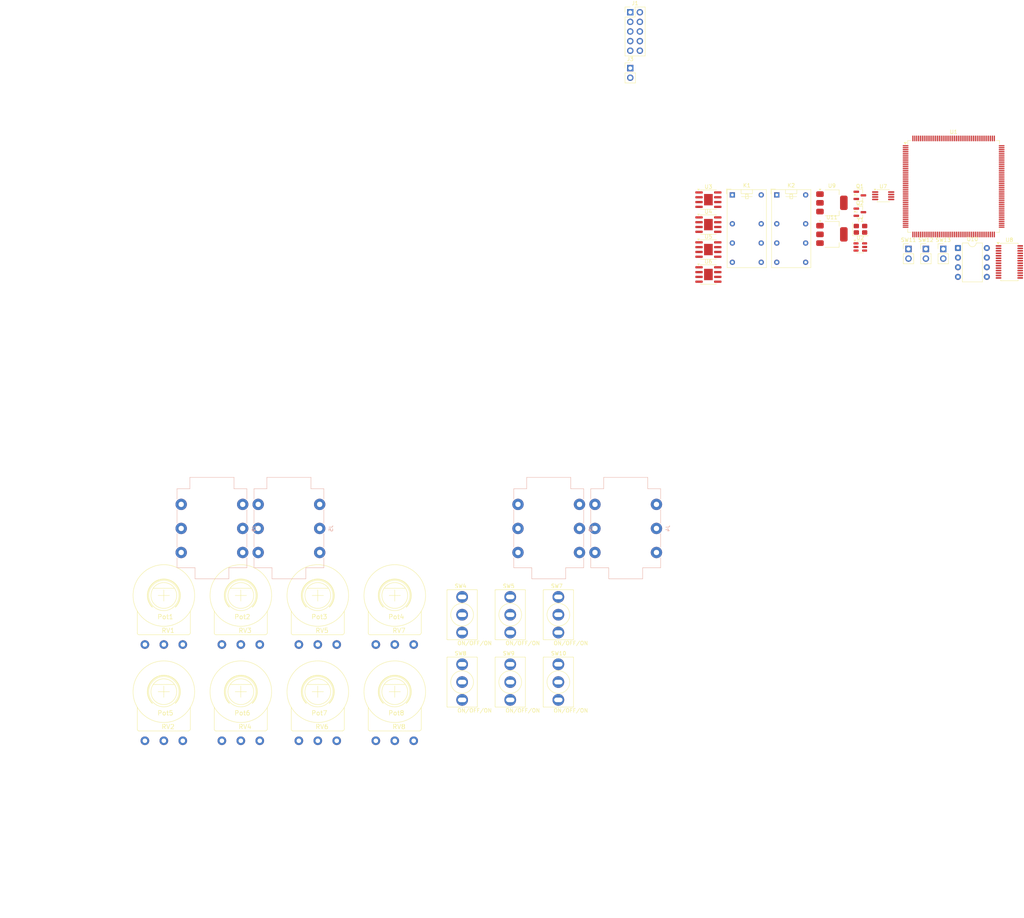
<source format=kicad_pcb>
(kicad_pcb (version 20241229) (generator "pcbnew") (generator_version "9.0")
  (layers (0 "F.Cu" signal) (2 "B.Cu" signal) (13 "F.Paste" user) (15 "B.Paste" user) (5 "F.SilkS" user "F.Silkscreen") (7 "B.SilkS" user "B.Silkscreen") (1 "F.Mask" user) (3 "B.Mask" user) (25 "Edge.Cuts" user))
  (net 0 "")
  (net 1 "Net-(K1-Pad11)")
  (net 2 "Net-(J4-PadT)")
  (net 3 "Net-(J5-PadT)")
  (net 4 "LIN")
  (net 5 "LOUT")
  (net 6 "+5V")
  (net 7 "RELAY DRIVE")
  (net 8 "ROUT")
  (net 9 "Net-(J9-PadT)")
  (net 10 "Net-(J8-PadT)")
  (net 11 "Net-(K2-Pad11)")
  (net 12 "RIN")
  (net 13 "GND")
  (net 14 "Net-(Q1-B)")
  (net 15 "Net-(Q1-C)")
  (net 16 "Net-(Q2-B)")
  (net 17 "+3.3V")
  (net 18 "POT1")
  (net 19 "POT5")
  (net 20 "POT2")
  (net 21 "POT6")
  (net 22 "POT3")
  (net 23 "POT7")
  (net 24 "POT4")
  (net 25 "POT8")
  (net 26 "TOGGLE1B")
  (net 27 "TOGGLE1A")
  (net 28 "TOGGLE2B")
  (net 29 "TOGGLE2A")
  (net 30 "TOGGLE3A")
  (net 31 "TOGGLE3B")
  (net 32 "TOGGLE4A")
  (net 33 "TOGGLE4B")
  (net 34 "TOGGLE5A")
  (net 35 "TOGGLE5B")
  (net 36 "TOGGLE6A")
  (net 37 "TOGGLE6B")
  (net 38 "FOOTSW1")
  (net 39 "FOOTSW2")
  (net 40 "FOOTSW3")
  (net 41 "BCK CODEC")
  (net 42 "Net-(C3-Pad1)")
  (net 48 "BOOT")
  (net 51 "DOUT CODEC")
  (net 52 "SDA CODEC")
  (net 54 "SCL CODEC")
  (net 56 "MCLK CODEC")
  (net 60 "RST")
  (net 67 "BYPASS RELAY MCU")
  (net 70 "MIDI IN MCU")
  (net 73 "MIDI OUT MCU")
  (net 83 "SWDIO")
  (net 91 "SWO")
  (net 96 "USB DM")
  (net 97 "Net-(U1-PDR_ON)")
  (net 111 "SWCLK")
  (net 113 "CRYSTAL2")
  (net 116 "VDDA")
  (net 119 "CRYSTAL1")
  (net 122 "Net-(C1-Pad1)")
  (net 123 "RST CODEC")
  (net 133 "VREF+")
  (net 134 "USB DP")
  (net 135 "DIN CODEC")
  (net 137 "LRCK CODEC")
  (net 145 "Net-(C2-Pad1)")
  (net 147 "D-")
  (net 148 "D+")
  (net 149 "VBUS")
  (net 150 "Net-(SW3A-B)")
  (net 151 "Net-(U3A--)")
  (net 152 "Net-(U3A-+)")
  (net 153 "VCC")
  (net 154 "LIN_CODEC")
  (net 155 "Net-(U4A--)")
  (net 156 "RIN_CODEC")
  (net 157 "Net-(SW3B-B)")
  (net 158 "Net-(U4A-+)")
  (net 159 "VGND")
  (net 160 "Net-(U5A-+)")
  (net 161 "Net-(SW6A-A)")
  (net 162 "ROUT_CODEC")
  (net 163 "Net-(SW6B-B)")
  (net 164 "Net-(SW6A-B)")
  (net 165 "Net-(SW6B-A)")
  (net 166 "LOUT_CODEC")
  (net 167 "Net-(U7-FB)")
  (net 168 "Net-(U7-PG)")
  (net 169 "Net-(U7-SW)")
  (net 170 "Net-(U7-VOS)")
  (net 171 "Net-(U8-V_{OUT}L+)")
  (net 172 "Net-(U8-V_{IN}L)")
  (net 175 "Net-(U8-V_{IN}R)")
  (net 177 "Net-(U8-V_{OUT}R+)")
  (net 179 "Net-(U8-V_{COM})")
  (net 181 "Net-(D2-K)")
  (net 183 "Net-(D2-A)")
  (net 184 "Net-(U10-VO1)")
  (net 188 "+9V")
  (footprint "Package_SO:TSSOP-28_4.4x9.7mm_P0.65mm" (layer "F.Cu") (at 324.7975 -24.545)
    (property "Reference" "U8" (at 0 -5.8 0) (layer "F.SilkS"))
    (property "Value" "PCM3060")
    (pad "1" smd roundrect (at -2.8625 -4.225) (size 1.475 0.4) (layers "F.Cu" "F.Mask" "F.Paste") (net 54 "SCL CODEC"))
    (pad "2" smd roundrect (at -2.8625 -3.575) (size 1.475 0.4) (layers "F.Cu" "F.Mask" "F.Paste") (net 52 "SDA CODEC"))
    (pad "3" smd roundrect (at -2.8625 -2.925) (size 1.475 0.4) (layers "F.Cu" "F.Mask" "F.Paste") (net 51 "DOUT CODEC"))
    (pad "4" smd roundrect (at -2.8625 -2.275) (size 1.475 0.4) (layers "F.Cu" "F.Mask" "F.Paste") (net 137 "LRCK CODEC"))
    (pad "5" smd roundrect (at -2.8625 -1.625) (size 1.475 0.4) (layers "F.Cu" "F.Mask" "F.Paste") (net 41 "BCK CODEC"))
    (pad "6" smd roundrect (at -2.8625 -0.975) (size 1.475 0.4) (layers "F.Cu" "F.Mask" "F.Paste") (net 56 "MCLK CODEC"))
    (pad "7" smd roundrect (at -2.8625 -0.325) (size 1.475 0.4) (layers "F.Cu" "F.Mask" "F.Paste") (net 17 "+3.3V"))
    (pad "8" smd roundrect (at -2.8625 0.325) (size 1.475 0.4) (layers "F.Cu" "F.Mask" "F.Paste") (net 13 "GND"))
    (pad "9" smd roundrect (at -2.8625 0.975) (size 1.475 0.4) (layers "F.Cu" "F.Mask" "F.Paste") (net 56 "MCLK CODEC"))
    (pad "10" smd roundrect (at -2.8625 1.625) (size 1.475 0.4) (layers "F.Cu" "F.Mask" "F.Paste") (net 41 "BCK CODEC"))
    (pad "11" smd roundrect (at -2.8625 2.275) (size 1.475 0.4) (layers "F.Cu" "F.Mask" "F.Paste") (net 137 "LRCK CODEC"))
    (pad "12" smd roundrect (at -2.8625 2.925) (size 1.475 0.4) (layers "F.Cu" "F.Mask" "F.Paste") (net 135 "DIN CODEC"))
    (pad "13" smd roundrect (at -2.8625 3.575) (size 1.475 0.4) (layers "F.Cu" "F.Mask" "F.Paste"))
    (pad "14" smd roundrect (at -2.8625 4.225) (size 1.475 0.4) (layers "F.Cu" "F.Mask" "F.Paste"))
    (pad "15" smd roundrect (at 2.8625 4.225) (size 1.475 0.4) (layers "F.Cu" "F.Mask" "F.Paste") (net 123 "RST CODEC"))
    (pad "16" smd roundrect (at 2.8625 3.575) (size 1.475 0.4) (layers "F.Cu" "F.Mask" "F.Paste") (net 13 "GND"))
    (pad "17" smd roundrect (at 2.8625 2.925) (size 1.475 0.4) (layers "F.Cu" "F.Mask" "F.Paste"))
    (pad "18" smd roundrect (at 2.8625 2.275) (size 1.475 0.4) (layers "F.Cu" "F.Mask" "F.Paste") (net 177 "Net-(U8-V_{OUT}R+)"))
    (pad "19" smd roundrect (at 2.8625 1.625) (size 1.475 0.4) (layers "F.Cu" "F.Mask" "F.Paste"))
    (pad "20" smd roundrect (at 2.8625 0.975) (size 1.475 0.4) (layers "F.Cu" "F.Mask" "F.Paste") (net 171 "Net-(U8-V_{OUT}L+)"))
    (pad "21" smd roundrect (at 2.8625 0.325) (size 1.475 0.4) (layers "F.Cu" "F.Mask" "F.Paste") (net 179 "Net-(U8-V_{COM})"))
    (pad "22" smd roundrect (at 2.8625 -0.325) (size 1.475 0.4) (layers "F.Cu" "F.Mask" "F.Paste") (net 13 "GND"))
    (pad "23" smd roundrect (at 2.8625 -0.975) (size 1.475 0.4) (layers "F.Cu" "F.Mask" "F.Paste") (net 13 "GND"))
    (pad "24" smd roundrect (at 2.8625 -1.625) (size 1.475 0.4) (layers "F.Cu" "F.Mask" "F.Paste") (net 6 "+5V"))
    (pad "25" smd roundrect (at 2.8625 -2.275) (size 1.475 0.4) (layers "F.Cu" "F.Mask" "F.Paste") (net 172 "Net-(U8-V_{IN}L)"))
    (pad "26" smd roundrect (at 2.8625 -2.925) (size 1.475 0.4) (layers "F.Cu" "F.Mask" "F.Paste") (net 175 "Net-(U8-V_{IN}R)"))
    (pad "27" smd roundrect (at 2.8625 -3.575) (size 1.475 0.4) (layers "F.Cu" "F.Mask" "F.Paste") (net 13 "GND"))
    (pad "28" smd roundrect (at 2.8625 -4.225) (size 1.475 0.4) (layers "F.Cu" "F.Mask" "F.Paste") (net 13 "GND"))
  )
  (footprint "Package_SO:SOIC-8-1EP_3.9x4.9mm_P1.27mm_EP2.29x3mm" (layer "F.Cu") (at 245.3475 -34.4)
    (property "Reference" "U4" (at 0 -3.4 0) (layer "F.SilkS"))
    (property "Value" "OPA1652")
    (pad "1" smd roundrect (at -2.475 -1.905) (size 1.95 0.6) (layers "F.Cu" "F.Mask" "F.Paste") (net 155 "Net-(U4A--)"))
    (pad "2" smd roundrect (at -2.475 -0.635) (size 1.95 0.6) (layers "F.Cu" "F.Mask" "F.Paste") (net 155 "Net-(U4A--)"))
    (pad "3" smd roundrect (at -2.475 0.635) (size 1.95 0.6) (layers "F.Cu" "F.Mask" "F.Paste") (net 158 "Net-(U4A-+)"))
    (pad "4" smd roundrect (at -2.475 1.905) (size 1.95 0.6) (layers "F.Cu" "F.Mask" "F.Paste") (net 13 "GND"))
    (pad "5" smd roundrect (at 2.475 1.905) (size 1.95 0.6) (layers "F.Cu" "F.Mask" "F.Paste") (net 155 "Net-(U4A--)"))
    (pad "6" smd roundrect (at 2.475 0.635) (size 1.95 0.6) (layers "F.Cu" "F.Mask" "F.Paste") (net 157 "Net-(SW3B-B)"))
    (pad "7" smd roundrect (at 2.475 -0.635) (size 1.95 0.6) (layers "F.Cu" "F.Mask" "F.Paste") (net 156 "RIN_CODEC"))
    (pad "8" smd roundrect (at 2.475 -1.905) (size 1.95 0.6) (layers "F.Cu" "F.Mask" "F.Paste") (net 153 "VCC"))
    (pad "9" smd rect (at 0 0) (size 2.29 3) (property pad_prop_heatsink) (layers "F.Cu" "F.Mask"))
  )
  (footprint "Package_SO:SOIC-8-1EP_3.9x4.9mm_P1.27mm_EP2.29x3mm" (layer "F.Cu") (at 245.3475 -27.815)
    (property "Reference" "U5" (at 0 -3.4 0) (layer "F.SilkS"))
    (property "Value" "OPA1652")
    (pad "1" smd roundrect (at -2.475 -1.905) (size 1.95 0.6) (layers "F.Cu" "F.Mask" "F.Paste") (net 159 "VGND"))
    (pad "2" smd roundrect (at -2.475 -0.635) (size 1.95 0.6) (layers "F.Cu" "F.Mask" "F.Paste") (net 159 "VGND"))
    (pad "3" smd roundrect (at -2.475 0.635) (size 1.95 0.6) (layers "F.Cu" "F.Mask" "F.Paste") (net 160 "Net-(U5A-+)"))
    (pad "4" smd roundrect (at -2.475 1.905) (size 1.95 0.6) (layers "F.Cu" "F.Mask" "F.Paste") (net 13 "GND"))
    (pad "5" smd roundrect (at 2.475 1.905) (size 1.95 0.6) (layers "F.Cu" "F.Mask" "F.Paste"))
    (pad "6" smd roundrect (at 2.475 0.635) (size 1.95 0.6) (layers "F.Cu" "F.Mask" "F.Paste"))
    (pad "7" smd roundrect (at 2.475 -0.635) (size 1.95 0.6) (layers "F.Cu" "F.Mask" "F.Paste"))
    (pad "8" smd roundrect (at 2.475 -1.905) (size 1.95 0.6) (layers "F.Cu" "F.Mask" "F.Paste") (net 153 "VCC"))
    (pad "9" smd rect (at 0 0) (size 2.29 3) (property pad_prop_heatsink) (layers "F.Cu" "F.Mask"))
  )
  (footprint "4ms_Potentiometer:Pot_16mm_NoDet_RV16AF-4A" (layer "F.Cu") (at 101.6 88.9)
    (property "Reference" "RV2" (at 2.913 8.551 0) (layer "F.SilkS") (effects (font (size 1.2065 1.2065) (thickness 0.1524)) (justify right top)))
    (property "Value" "Pot5" (at 2.58 4.93 0) (layer "F.SilkS") (effects (font (size 1.2065 1.2065) (thickness 0.1524)) (justify right top)))
    (pad "1" thru_hole circle (at -5 12.954 90) (size 2.286 2.286) (drill 1.2) (layers "*.Cu" "*.Mask") (net 17 "+3.3V"))
    (pad "2" thru_hole circle (at 0 12.954 90) (size 2.286 2.286) (drill 1.2) (layers "*.Cu" "*.Mask") (net 19 "POT5") (clearance 0.254))
    (pad "3" thru_hole circle (at 5 12.954 90) (size 2.286 2.286) (drill 1.2) (layers "*.Cu" "*.Mask") (net 13 "GND"))
  )
  (footprint "4ms_Switch:Switch_Toggle_SPDT_Mini_SolderLug" (layer "F.Cu") (at 205.74 68.58)
    (property "Reference" "SW7" (at -2.032 -6.985 0) (layer "F.SilkS") (effects (justify left bottom)))
    (property "Value" "ON/OFF/ON" (at -1.33 8.1 0) (layer "F.SilkS") (effects (justify left bottom)))
    (pad "1" thru_hole circle (at 0 -4.7) (size 3.1 3.1) (drill oval 2.2 1.2) (layers "*.Cu" "*.Mask") (net 30 "TOGGLE3A"))
    (pad "2" thru_hole circle (at 0 0) (size 3.1 3.1) (drill oval 2.2 1.2) (layers "*.Cu" "*.Mask") (net 13 "GND"))
    (pad "3" thru_hole circle (at 0 4.7) (size 3.1 3.1) (drill oval 2.2 1.2) (layers "*.Cu" "*.Mask") (net 31 "TOGGLE3B"))
  )
  (footprint "Connector_PinHeader_2.54mm:PinHeader_1x02_P2.54mm_Vertical" (layer "F.Cu") (at 302.7575 -27.97)
    (property "Reference" "SW12" (at 0 -2.38 0) (layer "F.SilkS"))
    (property "Value" "SW_Push")
    (pad "1" thru_hole rect (at 0 0) (size 1.7 1.7) (drill 1) (layers "*.Cu" "*.Mask") (net 39 "FOOTSW2"))
    (pad "2" thru_hole circle (at 0 2.54) (size 1.7 1.7) (drill 1) (layers "*.Cu" "*.Mask") (net 13 "GND"))
  )
  (footprint "Package_QFP:LQFP-176_24x24mm_P0.5mm" (layer "F.Cu") (at 310.0775 -44.47)
    (property "Reference" "U1" (at 0 -14.38 0) (layer "F.SilkS"))
    (property "Value" "STM32H745IITx")
    (pad "1" smd roundrect (at -12.675 -10.75) (size 1.5 0.3) (layers "F.Cu" "F.Mask" "F.Paste") (net 123 "RST CODEC"))
    (pad "2" smd roundrect (at -12.675 -10.25) (size 1.5 0.3) (layers "F.Cu" "F.Mask" "F.Paste") (net 51 "DOUT CODEC"))
    (pad "3" smd roundrect (at -12.675 -9.75) (size 1.5 0.3) (layers "F.Cu" "F.Mask" "F.Paste") (net 137 "LRCK CODEC"))
    (pad "4" smd roundrect (at -12.675 -9.25) (size 1.5 0.3) (layers "F.Cu" "F.Mask" "F.Paste") (net 41 "BCK CODEC"))
    (pad "5" smd roundrect (at -12.675 -8.75) (size 1.5 0.3) (layers "F.Cu" "F.Mask" "F.Paste") (net 135 "DIN CODEC"))
    (pad "6" smd roundrect (at -12.675 -8.25) (size 1.5 0.3) (layers "F.Cu" "F.Mask" "F.Paste") (net 13 "GND"))
    (pad "7" smd roundrect (at -12.675 -7.75) (size 1.5 0.3) (layers "F.Cu" "F.Mask" "F.Paste") (net 17 "+3.3V"))
    (pad "8" smd roundrect (at -12.675 -7.25) (size 1.5 0.3) (layers "F.Cu" "F.Mask" "F.Paste") (net 17 "+3.3V"))
    (pad "9" smd roundrect (at -12.675 -6.75) (size 1.5 0.3) (layers "F.Cu" "F.Mask" "F.Paste"))
    (pad "10" smd roundrect (at -12.675 -6.25) (size 1.5 0.3) (layers "F.Cu" "F.Mask" "F.Paste"))
    (pad "11" smd roundrect (at -12.675 -5.75) (size 1.5 0.3) (layers "F.Cu" "F.Mask" "F.Paste"))
    (pad "12" smd roundrect (at -12.675 -5.25) (size 1.5 0.3) (layers "F.Cu" "F.Mask" "F.Paste") (net 13 "GND"))
    (pad "13" smd roundrect (at -12.675 -4.75) (size 1.5 0.3) (layers "F.Cu" "F.Mask" "F.Paste") (net 17 "+3.3V"))
    (pad "14" smd roundrect (at -12.675 -4.25) (size 1.5 0.3) (layers "F.Cu" "F.Mask" "F.Paste") (net 13 "GND"))
    (pad "15" smd roundrect (at -12.675 -3.75) (size 1.5 0.3) (layers "F.Cu" "F.Mask" "F.Paste") (net 13 "GND"))
    (pad "16" smd roundrect (at -12.675 -3.25) (size 1.5 0.3) (layers "F.Cu" "F.Mask" "F.Paste") (net 13 "GND"))
    (pad "17" smd roundrect (at -12.675 -2.75) (size 1.5 0.3) (layers "F.Cu" "F.Mask" "F.Paste") (net 13 "GND"))
    (pad "18" smd roundrect (at -12.675 -2.25) (size 1.5 0.3) (layers "F.Cu" "F.Mask" "F.Paste") (net 27 "TOGGLE1A"))
    (pad "19" smd roundrect (at -12.675 -1.75) (size 1.5 0.3) (layers "F.Cu" "F.Mask" "F.Paste") (net 26 "TOGGLE1B"))
    (pad "20" smd roundrect (at -12.675 -1.25) (size 1.5 0.3) (layers "F.Cu" "F.Mask" "F.Paste") (net 29 "TOGGLE2A"))
    (pad "21" smd roundrect (at -12.675 -0.75) (size 1.5 0.3) (layers "F.Cu" "F.Mask" "F.Paste") (net 28 "TOGGLE2B"))
    (pad "22" smd roundrect (at -12.675 -0.25) (size 1.5 0.3) (layers "F.Cu" "F.Mask" "F.Paste") (net 30 "TOGGLE3A"))
    (pad "23" smd roundrect (at -12.675 0.25) (size 1.5 0.3) (layers "F.Cu" "F.Mask" "F.Paste") (net 31 "TOGGLE3B"))
    (pad "24" smd roundrect (at -12.675 0.75) (size 1.5 0.3) (layers "F.Cu" "F.Mask" "F.Paste") (net 13 "GND"))
    (pad "25" smd roundrect (at -12.675 1.25) (size 1.5 0.3) (layers "F.Cu" "F.Mask" "F.Paste") (net 17 "+3.3V"))
    (pad "26" smd roundrect (at -12.675 1.75) (size 1.5 0.3) (layers "F.Cu" "F.Mask" "F.Paste") (net 32 "TOGGLE4A"))
    (pad "27" smd roundrect (at -12.675 2.25) (size 1.5 0.3) (layers "F.Cu" "F.Mask" "F.Paste") (net 33 "TOGGLE4B"))
    (pad "28" smd roundrect (at -12.675 2.75) (size 1.5 0.3) (layers "F.Cu" "F.Mask" "F.Paste") (net 34 "TOGGLE5A"))
    (pad "29" smd roundrect (at -12.675 3.25) (size 1.5 0.3) (layers "F.Cu" "F.Mask" "F.Paste") (net 35 "TOGGLE5B"))
    (pad "30" smd roundrect (at -12.675 3.75) (size 1.5 0.3) (layers "F.Cu" "F.Mask" "F.Paste") (net 36 "TOGGLE6A"))
    (pad "31" smd roundrect (at -12.675 4.25) (size 1.5 0.3) (layers "F.Cu" "F.Mask" "F.Paste") (net 119 "CRYSTAL1"))
    (pad "32" smd roundrect (at -12.675 4.75) (size 1.5 0.3) (layers "F.Cu" "F.Mask" "F.Paste") (net 113 "CRYSTAL2"))
    (pad "33" smd roundrect (at -12.675 5.25) (size 1.5 0.3) (layers "F.Cu" "F.Mask" "F.Paste") (net 60 "RST"))
    (pad "34" smd roundrect (at -12.675 5.75) (size 1.5 0.3) (layers "F.Cu" "F.Mask" "F.Paste"))
    (pad "35" smd roundrect (at -12.675 6.25) (size 1.5 0.3) (layers "F.Cu" "F.Mask" "F.Paste"))
    (pad "36" smd roundrect (at -12.675 6.75) (size 1.5 0.3) (layers "F.Cu" "F.Mask" "F.Paste"))
    (pad "37" smd roundrect (at -12.675 7.25) (size 1.5 0.3) (layers "F.Cu" "F.Mask" "F.Paste"))
    (pad "38" smd roundrect (at -12.675 7.75) (size 1.5 0.3) (layers "F.Cu" "F.Mask" "F.Paste") (net 13 "GND"))
    (pad "39" smd roundrect (at -12.675 8.25) (size 1.5 0.3) (layers "F.Cu" "F.Mask" "F.Paste") (net 133 "VREF+"))
    (pad "40" smd roundrect (at -12.675 8.75) (size 1.5 0.3) (layers "F.Cu" "F.Mask" "F.Paste") (net 116 "VDDA"))
    (pad "41" smd roundrect (at -12.675 9.25) (size 1.5 0.3) (layers "F.Cu" "F.Mask" "F.Paste") (net 18 "POT1"))
    (pad "42" smd roundrect (at -12.675 9.75) (size 1.5 0.3) (layers "F.Cu" "F.Mask" "F.Paste") (net 20 "POT2"))
    (pad "43" smd roundrect (at -12.675 10.25) (size 1.5 0.3) (layers "F.Cu" "F.Mask" "F.Paste") (net 22 "POT3"))
    (pad "44" smd roundrect (at -12.675 10.75) (size 1.5 0.3) (layers "F.Cu" "F.Mask" "F.Paste") (net 17 "+3.3V"))
    (pad "45" smd roundrect (at -10.75 12.675) (size 0.3 1.5) (layers "F.Cu" "F.Mask" "F.Paste") (net 13 "GND"))
    (pad "46" smd roundrect (at -10.25 12.675) (size 0.3 1.5) (layers "F.Cu" "F.Mask" "F.Paste") (net 24 "POT4"))
    (pad "47" smd roundrect (at -9.75 12.675) (size 0.3 1.5) (layers "F.Cu" "F.Mask" "F.Paste") (net 13 "GND"))
    (pad "48" smd roundrect (at -9.25 12.675) (size 0.3 1.5) (layers "F.Cu" "F.Mask" "F.Paste") (net 17 "+3.3V"))
    (pad "49" smd roundrect (at -8.75 12.675) (size 0.3 1.5) (layers "F.Cu" "F.Mask" "F.Paste") (net 19 "POT5"))
    (pad "50" smd roundrect (at -8.25 12.675) (size 0.3 1.5) (layers "F.Cu" "F.Mask" "F.Paste") (net 21 "POT6"))
    (pad "51" smd roundrect (at -7.75 12.675) (size 0.3 1.5) (layers "F.Cu" "F.Mask" "F.Paste") (net 23 "POT7"))
    (pad "52" smd roundrect (at -7.25 12.675) (size 0.3 1.5) (layers "F.Cu" "F.Mask" "F.Paste") (net 25 "POT8"))
    (pad "53" smd roundrect (at -6.75 12.675) (size 0.3 1.5) (layers "F.Cu" "F.Mask" "F.Paste"))
    (pad "54" smd roundrect (at -6.25 12.675) (size 0.3 1.5) (layers "F.Cu" "F.Mask" "F.Paste"))
    (pad "55" smd roundrect (at -5.75 12.675) (size 0.3 1.5) (layers "F.Cu" "F.Mask" "F.Paste"))
    (pad "56" smd roundrect (at -5.25 12.675) (size 0.3 1.5) (layers "F.Cu" "F.Mask" "F.Paste"))
    (pad "57" smd roundrect (at -4.75 12.675) (size 0.3 1.5) (layers "F.Cu" "F.Mask" "F.Paste"))
    (pad "58" smd roundrect (at -4.25 12.675) (size 0.3 1.5) (layers "F.Cu" "F.Mask" "F.Paste") (net 37 "TOGGLE6B"))
    (pad "59" smd roundrect (at -3.75 12.675) (size 0.3 1.5) (layers "F.Cu" "F.Mask" "F.Paste") (net 38 "FOOTSW1"))
    (pad "60" smd roundrect (at -3.25 12.675) (size 0.3 1.5) (layers "F.Cu" "F.Mask" "F.Paste") (net 39 "FOOTSW2"))
    (pad "61" smd roundrect (at -2.75 12.675) (size 0.3 1.5) (layers "F.Cu" "F.Mask" "F.Paste") (net 40 "FOOTSW3"))
    (pad "62" smd roundrect (at -2.25 12.675) (size 0.3 1.5) (layers "F.Cu" "F.Mask" "F.Paste"))
    (pad "63" smd roundrect (at -1.75 12.675) (size 0.3 1.5) (layers "F.Cu" "F.Mask" "F.Paste"))
    (pad "64" smd roundrect (at -1.25 12.675) (size 0.3 1.5) (layers "F.Cu" "F.Mask" "F.Paste") (net 13 "GND"))
    (pad "65" smd roundrect (at -0.75 12.675) (size 0.3 1.5) (layers "F.Cu" "F.Mask" "F.Paste") (net 17 "+3.3V"))
    (pad "66" smd roundrect (at -0.25 12.675) (size 0.3 1.5) (layers "F.Cu" "F.Mask" "F.Paste"))
    (pad "67" smd roundrect (at 0.25 12.675) (size 0.3 1.5) (layers "F.Cu" "F.Mask" "F.Paste"))
    (pad "68" smd roundrect (at 0.75 12.675) (size 0.3 1.5) (layers "F.Cu" "F.Mask" "F.Paste"))
    (pad "69" smd roundrect (at 1.25 12.675) (size 0.3 1.5) (layers "F.Cu" "F.Mask" "F.Paste"))
    (pad "70" smd roundrect (at 1.75 12.675) (size 0.3 1.5) (layers "F.Cu" "F.Mask" "F.Paste") (net 13 "GND"))
    (pad "71" smd roundrect (at 2.25 12.675) (size 0.3 1.5) (layers "F.Cu" "F.Mask" "F.Paste") (net 17 "+3.3V"))
    (pad "72" smd roundrect (at 2.75 12.675) (size 0.3 1.5) (layers "F.Cu" "F.Mask" "F.Paste"))
    (pad "73" smd roundrect (at 3.25 12.675) (size 0.3 1.5) (layers "F.Cu" "F.Mask" "F.Paste"))
    (pad "74" smd roundrect (at 3.75 12.675) (size 0.3 1.5) (layers "F.Cu" "F.Mask" "F.Paste"))
    (pad "75" smd roundrect (at 4.25 12.675) (size 0.3 1.5) (layers "F.Cu" "F.Mask" "F.Paste"))
    (pad "76" smd roundrect (at 4.75 12.675) (size 0.3 1.5) (layers "F.Cu" "F.Mask" "F.Paste"))
    (pad "77" smd roundrect (at 5.25 12.675) (size 0.3 1.5) (layers "F.Cu" "F.Mask" "F.Paste"))
    (pad "78" smd roundrect (at 5.75 12.675) (size 0.3 1.5) (layers "F.Cu" "F.Mask" "F.Paste"))
    (pad "79" smd roundrect (at 6.25 12.675) (size 0.3 1.5) (layers "F.Cu" "F.Mask" "F.Paste"))
    (pad "80" smd roundrect (at 6.75 12.675) (size 0.3 1.5) (layers "F.Cu" "F.Mask" "F.Paste") (net 122 "Net-(C1-Pad1)"))
    (pad "81" smd roundrect (at 7.25 12.675) (size 0.3 1.5) (layers "F.Cu" "F.Mask" "F.Paste") (net 13 "GND"))
    (pad "82" smd roundrect (at 7.75 12.675) (size 0.3 1.5) (layers "F.Cu" "F.Mask" "F.Paste") (net 17 "+3.3V"))
    (pad "83" smd roundrect (at 8.25 12.675) (size 0.3 1.5) (layers "F.Cu" "F.Mask" "F.Paste") (net 13 "GND"))
    (pad "84" smd roundrect (at 8.75 12.675) (size 0.3 1.5) (layers "F.Cu" "F.Mask" "F.Paste") (net 17 "+3.3V"))
    (pad "85" smd roundrect (at 9.25 12.675) (size 0.3 1.5) (layers "F.Cu" "F.Mask" "F.Paste"))
    (pad "86" smd roundrect (at 9.75 12.675) (size 0.3 1.5) (layers "F.Cu" "F.Mask" "F.Paste") (net 67 "BYPASS RELAY MCU"))
    (pad "87" smd roundrect (at 10.25 12.675) (size 0.3 1.5) (layers "F.Cu" "F.Mask" "F.Paste") (net 73 "MIDI OUT MCU"))
    (pad "88" smd roundrect (at 10.75 12.675) (size 0.3 1.5) (layers "F.Cu" "F.Mask" "F.Paste") (net 70 "MIDI IN MCU"))
    (pad "89" smd roundrect (at 12.675 10.75) (size 1.5 0.3) (layers "F.Cu" "F.Mask" "F.Paste"))
    (pad "90" smd roundrect (at 12.675 10.25) (size 1.5 0.3) (layers "F.Cu" "F.Mask" "F.Paste"))
    (pad "91" smd roundrect (at 12.675 9.75) (size 1.5 0.3) (layers "F.Cu" "F.Mask" "F.Paste"))
    (pad "92" smd roundrect (at 12.675 9.25) (size 1.5 0.3) (layers "F.Cu" "F.Mask" "F.Paste") (net 17 "+3.3V"))
    (pad "93" smd roundrect (at 12.675 8.75) (size 1.5 0.3) (layers "F.Cu" "F.Mask" "F.Paste") (net 13 "GND"))
    (pad "94" smd roundrect (at 12.675 8.25) (size 1.5 0.3) (layers "F.Cu" "F.Mask" "F.Paste"))
    (pad "95" smd roundrect (at 12.675 7.75) (size 1.5 0.3) (layers "F.Cu" "F.Mask" "F.Paste"))
    (pad "96" smd roundrect (at 12.675 7.25) (size 1.5 0.3) (layers "F.Cu" "F.Mask" "F.Paste"))
    (pad "97" smd roundrect (at 12.675 6.75) (size 1.5 0.3) (layers "F.Cu" "F.Mask" "F.Paste"))
    (pad "98" smd roundrect (at 12.675 6.25) (size 1.5 0.3) (layers "F.Cu" "F.Mask" "F.Paste"))
    (pad "99" smd roundrect (at 12.675 5.75) (size 1.5 0.3) (layers "F.Cu" "F.Mask" "F.Paste") (net 17 "+3.3V"))
    (pad "100" smd roundrect (at 12.675 5.25) (size 1.5 0.3) (layers "F.Cu" "F.Mask" "F.Paste") (net 13 "GND"))
    (pad "101" smd roundrect (at 12.675 4.75) (size 1.5 0.3) (layers "F.Cu" "F.Mask" "F.Paste"))
    (pad "102" smd roundrect (at 12.675 4.25) (size 1.5 0.3) (layers "F.Cu" "F.Mask" "F.Paste"))
    (pad "103" smd roundrect (at 12.675 3.75) (size 1.5 0.3) (layers "F.Cu" "F.Mask" "F.Paste"))
    (pad "104" smd roundrect (at 12.675 3.25) (size 1.5 0.3) (layers "F.Cu" "F.Mask" "F.Paste"))
    (pad "105" smd roundrect (at 12.675 2.75) (size 1.5 0.3) (layers "F.Cu" "F.Mask" "F.Paste") (net 17 "+3.3V"))
    (pad "106" smd roundrect (at 12.675 2.25) (size 1.5 0.3) (layers "F.Cu" "F.Mask" "F.Paste") (net 13 "GND"))
    (pad "107" smd roundrect (at 12.675 1.75) (size 1.5 0.3) (layers "F.Cu" "F.Mask" "F.Paste"))
    (pad "108" smd roundrect (at 12.675 1.25) (size 1.5 0.3) (layers "F.Cu" "F.Mask" "F.Paste"))
    (pad "109" smd roundrect (at 12.675 0.75) (size 1.5 0.3) (layers "F.Cu" "F.Mask" "F.Paste"))
    (pad "110" smd roundrect (at 12.675 0.25) (size 1.5 0.3) (layers "F.Cu" "F.Mask" "F.Paste"))
    (pad "111" smd roundrect (at 12.675 -0.25) (size 1.5 0.3) (layers "F.Cu" "F.Mask" "F.Paste"))
    (pad "112" smd roundrect (at 12.675 -0.75) (size 1.5 0.3) (layers "F.Cu" "F.Mask" "F.Paste") (net 13 "GND"))
    (pad "113" smd roundrect (at 12.675 -1.25) (size 1.5 0.3) (layers "F.Cu" "F.Mask" "F.Paste") (net 17 "+3.3V"))
    (pad "114" smd roundrect (at 12.675 -1.75) (size 1.5 0.3) (layers "F.Cu" "F.Mask" "F.Paste"))
    (pad "115" smd roundrect (at 12.675 -2.25) (size 1.5 0.3) (layers "F.Cu" "F.Mask" "F.Paste"))
    (pad "116" smd roundrect (at 12.675 -2.75) (size 1.5 0.3) (layers "F.Cu" "F.Mask" "F.Paste"))
    (pad "117" smd roundrect (at 12.675 -3.25) (size 1.5 0.3) (layers "F.Cu" "F.Mask" "F.Paste") (net 56 "MCLK CODEC"))
    (pad "118" smd roundrect (at 12.675 -3.75) (size 1.5 0.3) (layers "F.Cu" "F.Mask" "F.Paste"))
    (pad "119" smd roundrect (at 12.675 -4.25) (size 1.5 0.3) (layers "F.Cu" "F.Mask" "F.Paste") (net 13 "GND"))
    (pad "120" smd roundrect (at 12.675 -4.75) (size 1.5 0.3) (layers "F.Cu" "F.Mask" "F.Paste") (net 17 "+3.3V"))
    (pad "121" smd roundrect (at 12.675 -5.25) (size 1.5 0.3) (layers "F.Cu" "F.Mask" "F.Paste") (net 17 "+3.3V"))
    (pad "122" smd roundrect (at 12.675 -5.75) (size 1.5 0.3) (layers "F.Cu" "F.Mask" "F.Paste"))
    (pad "123" smd roundrect (at 12.675 -6.25) (size 1.5 0.3) (layers "F.Cu" "F.Mask" "F.Paste"))
    (pad "124" smd roundrect (at 12.675 -6.75) (size 1.5 0.3) (layers "F.Cu" "F.Mask" "F.Paste"))
    (pad "125" smd roundrect (at 12.675 -7.25) (size 1.5 0.3) (layers "F.Cu" "F.Mask" "F.Paste"))
    (pad "126" smd roundrect (at 12.675 -7.75) (size 1.5 0.3) (layers "F.Cu" "F.Mask" "F.Paste") (net 17 "+3.3V"))
    (pad "127" smd roundrect (at 12.675 -8.25) (size 1.5 0.3) (layers "F.Cu" "F.Mask" "F.Paste"))
    (pad "128" smd roundrect (at 12.675 -8.75) (size 1.5 0.3) (layers "F.Cu" "F.Mask" "F.Paste"))
    (pad "129" smd roundrect (at 12.675 -9.25) (size 1.5 0.3) (layers "F.Cu" "F.Mask" "F.Paste"))
    (pad "130" smd roundrect (at 12.675 -9.75) (size 1.5 0.3) (layers "F.Cu" "F.Mask" "F.Paste") (net 96 "USB DM"))
    (pad "131" smd roundrect (at 12.675 -10.25) (size 1.5 0.3) (layers "F.Cu" "F.Mask" "F.Paste") (net 134 "USB DP"))
    (pad "132" smd roundrect (at 12.675 -10.75) (size 1.5 0.3) (layers "F.Cu" "F.Mask" "F.Paste") (net 83 "SWDIO"))
    (pad "133" smd roundrect (at 10.75 -12.675) (size 0.3 1.5) (layers "F.Cu" "F.Mask" "F.Paste") (net 145 "Net-(C2-Pad1)"))
    (pad "134" smd roundrect (at 10.25 -12.675) (size 0.3 1.5) (layers "F.Cu" "F.Mask" "F.Paste") (net 13 "GND"))
    (pad "135" smd roundrect (at 9.75 -12.675) (size 0.3 1.5) (layers "F.Cu" "F.Mask" "F.Paste") (net 17 "+3.3V"))
    (pad "136" smd roundrect (at 9.25 -12.675) (size 0.3 1.5) (layers "F.Cu" "F.Mask" "F.Paste") (net 17 "+3.3V"))
    (pad "137" smd roundrect (at 8.75 -12.675) (size 0.3 1.5) (layers "F.Cu" "F.Mask" "F.Paste") (net 13 "GND"))
    (pad "138" smd roundrect (at 8.25 -12.675) (size 0.3 1.5) (layers "F.Cu" "F.Mask" "F.Paste") (net 111 "SWCLK"))
    (pad "139" smd roundrect (at 7.75 -12.675) (size 0.3 1.5) (layers "F.Cu" "F.Mask" "F.Paste"))
    (pad "140" smd roundrect (at 7.25 -12.675) (size 0.3 1.5) (layers "F.Cu" "F.Mask" "F.Paste"))
    (pad "141" smd roundrect (at 6.75 -12.675) (size 0.3 1.5) (layers "F.Cu" "F.Mask" "F.Paste"))
    (pad "142" smd roundrect (at 6.25 -12.675) (size 0.3 1.5) (layers "F.Cu" "F.Mask" "F.Paste"))
    (pad "143" smd roundrect (at 5.75 -12.675) (size 0.3 1.5) (layers "F.Cu" "F.Mask" "F.Paste"))
    (pad "144" smd roundrect (at 5.25 -12.675) (size 0.3 1.5) (layers "F.Cu" "F.Mask" "F.Paste"))
    (pad "145" smd roundrect (at 4.75 -12.675) (size 0.3 1.5) (layers "F.Cu" "F.Mask" "F.Paste"))
    (pad "146" smd roundrect (at 4.25 -12.675) (size 0.3 1.5) (layers "F.Cu" "F.Mask" "F.Paste"))
    (pad "147" smd roundrect (at 3.75 -12.675) (size 0.3 1.5) (layers "F.Cu" "F.Mask" "F.Paste"))
    (pad "148" smd roundrect (at 3.25 -12.675) (size 0.3 1.5) (layers "F.Cu" "F.Mask" "F.Paste"))
    (pad "149" smd roundrect (at 2.75 -12.675) (size 0.3 1.5) (layers "F.Cu" "F.Mask" "F.Paste"))
    (pad "150" smd roundrect (at 2.25 -12.675) (size 0.3 1.5) (layers "F.Cu" "F.Mask" "F.Paste"))
    (pad "151" smd roundrect (at 1.75 -12.675) (size 0.3 1.5) (layers "F.Cu" "F.Mask" "F.Paste") (net 13 "GND"))
    (pad "152" smd roundrect (at 1.25 -12.675) (size 0.3 1.5) (layers "F.Cu" "F.Mask" "F.Paste") (net 17 "+3.3V"))
    (pad "153" smd roundrect (at 0.75 -12.675) (size 0.3 1.5) (layers "F.Cu" "F.Mask" "F.Paste"))
    (pad "154" smd roundrect (at 0.25 -12.675) (size 0.3 1.5) (layers "F.Cu" "F.Mask" "F.Paste"))
    (pad "155" smd roundrect (at -0.25 -12.675) (size 0.3 1.5) (layers "F.Cu" "F.Mask" "F.Paste"))
    (pad "156" smd roundrect (at -0.75 -12.675) (size 0.3 1.5) (layers "F.Cu" "F.Mask" "F.Paste"))
    (pad "157" smd roundrect (at -1.25 -12.675) (size 0.3 1.5) (layers "F.Cu" "F.Mask" "F.Paste"))
    (pad "158" smd roundrect (at -1.75 -12.675) (size 0.3 1.5) (layers "F.Cu" "F.Mask" "F.Paste"))
    (pad "159" smd roundrect (at -2.25 -12.675) (size 0.3 1.5) (layers "F.Cu" "F.Mask" "F.Paste") (net 13 "GND"))
    (pad "160" smd roundrect (at -2.75 -12.675) (size 0.3 1.5) (layers "F.Cu" "F.Mask" "F.Paste") (net 17 "+3.3V"))
    (pad "161" smd roundrect (at -3.25 -12.675) (size 0.3 1.5) (layers "F.Cu" "F.Mask" "F.Paste"))
    (pad "162" smd roundrect (at -3.75 -12.675) (size 0.3 1.5) (layers "F.Cu" "F.Mask" "F.Paste") (net 91 "SWO"))
    (pad "163" smd roundrect (at -4.25 -12.675) (size 0.3 1.5) (layers "F.Cu" "F.Mask" "F.Paste"))
    (pad "164" smd roundrect (at -4.75 -12.675) (size 0.3 1.5) (layers "F.Cu" "F.Mask" "F.Paste"))
    (pad "165" smd roundrect (at -5.25 -12.675) (size 0.3 1.5) (layers "F.Cu" "F.Mask" "F.Paste") (net 54 "SCL CODEC"))
    (pad "166" smd roundrect (at -5.75 -12.675) (size 0.3 1.5) (layers "F.Cu" "F.Mask" "F.Paste") (net 52 "SDA CODEC"))
    (pad "167" smd roundrect (at -6.25 -12.675) (size 0.3 1.5) (layers "F.Cu" "F.Mask" "F.Paste") (net 48 "BOOT"))
    (pad "168" smd roundrect (at -6.75 -12.675) (size 0.3 1.5) (layers "F.Cu" "F.Mask" "F.Paste"))
    (pad "169" smd roundrect (at -7.25 -12.675) (size 0.3 1.5) (layers "F.Cu" "F.Mask" "F.Paste"))
    (pad "170" smd roundrect (at -7.75 -12.675) (size 0.3 1.5) (layers "F.Cu" "F.Mask" "F.Paste"))
    (pad "171" smd roundrect (at -8.25 -12.675) (size 0.3 1.5) (layers "F.Cu" "F.Mask" "F.Paste"))
    (pad "172" smd roundrect (at -8.75 -12.675) (size 0.3 1.5) (layers "F.Cu" "F.Mask" "F.Paste") (net 42 "Net-(C3-Pad1)"))
    (pad "173" smd roundrect (at -9.25 -12.675) (size 0.3 1.5) (layers "F.Cu" "F.Mask" "F.Paste") (net 13 "GND"))
    (pad "174" smd roundrect (at -9.75 -12.675) (size 0.3 1.5) (layers "F.Cu" "F.Mask" "F.Paste") (net 97 "Net-(U1-PDR_ON)"))
    (pad "175" smd roundrect (at -10.25 -12.675) (size 0.3 1.5) (layers "F.Cu" "F.Mask" "F.Paste") (net 17 "+3.3V"))
    (pad "176" smd roundrect (at -10.75 -12.675) (size 0.3 1.5) (layers "F.Cu" "F.Mask" "F.Paste") (net 17 "+3.3V"))
  )
  (footprint "4ms_Switch:Switch_Toggle_SPDT_Mini_SolderLug" (layer "F.Cu") (at 180.34 86.36)
    (property "Reference" "SW8" (at -2.032 -6.985 0) (layer "F.SilkS") (effects (justify left bottom)))
    (property "Value" "ON/OFF/ON" (at -1.33 8.1 0) (layer "F.SilkS") (effects (justify left bottom)))
    (pad "1" thru_hole circle (at 0 -4.7) (size 3.1 3.1) (drill oval 2.2 1.2) (layers "*.Cu" "*.Mask") (net 32 "TOGGLE4A"))
    (pad "2" thru_hole circle (at 0 0) (size 3.1 3.1) (drill oval 2.2 1.2) (layers "*.Cu" "*.Mask") (net 13 "GND"))
    (pad "3" thru_hole circle (at 0 4.7) (size 3.1 3.1) (drill oval 2.2 1.2) (layers "*.Cu" "*.Mask") (net 33 "TOGGLE4B"))
  )
  (footprint "Package_TO_SOT_SMD:SOT-223-3_TabPin2" (layer "F.Cu") (at 277.9475 -40.145)
    (property "Reference" "U9" (at 0 -4.5 0) (layer "F.SilkS"))
    (property "Value" "AMS1117-3.3")
    (pad "1" smd roundrect (at -3.15 -2.3) (size 2 1.5) (layers "F.Cu" "F.Mask" "F.Paste") (net 13 "GND"))
    (pad "2" smd roundrect (at -3.15 0) (size 2 1.5) (layers "F.Cu" "F.Mask" "F.Paste") (net 17 "+3.3V"))
    (pad "2" smd roundrect (at 3.15 0) (size 2 3.8) (layers "F.Cu" "F.Mask" "F.Paste") (net 17 "+3.3V"))
    (pad "3" smd roundrect (at -3.15 2.3) (size 2 1.5) (layers "F.Cu" "F.Mask" "F.Paste") (net 170 "Net-(U7-VOS)"))
  )
  (footprint "Package_SO:MSOP-8_3x3mm_P0.65mm" (layer "F.Cu") (at 291.4875 -42.015)
    (property "Reference" "U7" (at 0 -2.45 0) (layer "F.SilkS"))
    (property "Value" "TPS62160DGK")
    (pad "1" smd roundrect (at -2.1125 -0.975) (size 1.625 0.4) (layers "F.Cu" "F.Mask" "F.Paste") (net 13 "GND"))
    (pad "2" smd roundrect (at -2.1125 -0.325) (size 1.625 0.4) (layers "F.Cu" "F.Mask" "F.Paste") (net 153 "VCC"))
    (pad "3" smd roundrect (at -2.1125 0.325) (size 1.625 0.4) (layers "F.Cu" "F.Mask" "F.Paste") (net 153 "VCC"))
    (pad "4" smd roundrect (at -2.1125 0.975) (size 1.625 0.4) (layers "F.Cu" "F.Mask" "F.Paste") (net 13 "GND"))
    (pad "5" smd roundrect (at 2.1125 0.975) (size 1.625 0.4) (layers "F.Cu" "F.Mask" "F.Paste") (net 167 "Net-(U7-FB)"))
    (pad "6" smd roundrect (at 2.1125 0.325) (size 1.625 0.4) (layers "F.Cu" "F.Mask" "F.Paste") (net 170 "Net-(U7-VOS)"))
    (pad "7" smd roundrect (at 2.1125 -0.325) (size 1.625 0.4) (layers "F.Cu" "F.Mask" "F.Paste") (net 169 "Net-(U7-SW)"))
    (pad "8" smd roundrect (at 2.1125 -0.975) (size 1.625 0.4) (layers "F.Cu" "F.Mask" "F.Paste") (net 168 "Net-(U7-PG)"))
  )
  (footprint "4ms_Switch:Switch_Toggle_SPDT_Mini_SolderLug" (layer "F.Cu") (at 193.04 86.36)
    (property "Reference" "SW9" (at -2.032 -6.985 0) (layer "F.SilkS") (effects (justify left bottom)))
    (property "Value" "ON/OFF/ON" (at -1.33 8.1 0) (layer "F.SilkS") (effects (justify left bottom)))
    (pad "1" thru_hole circle (at 0 -4.7) (size 3.1 3.1) (drill oval 2.2 1.2) (layers "*.Cu" "*.Mask") (net 34 "TOGGLE5A"))
    (pad "2" thru_hole circle (at 0 0) (size 3.1 3.1) (drill oval 2.2 1.2) (layers "*.Cu" "*.Mask") (net 13 "GND"))
    (pad "3" thru_hole circle (at 0 4.7) (size 3.1 3.1) (drill oval 2.2 1.2) (layers "*.Cu" "*.Mask") (net 35 "TOGGLE5B"))
  )
  (footprint "Connector_PinHeader_2.54mm:PinHeader_1x02_P2.54mm_Vertical" (layer "F.Cu") (at 224.72 -75.71)
    (property "Reference" "J3" (at 0 -2.38 0) (layer "F.SilkS"))
    (property "Value" "Power in")
    (pad "1" thru_hole rect (at 0 0) (size 1.7 1.7) (drill 1) (layers "*.Cu" "*.Mask") (net 188 "+9V"))
    (pad "2" thru_hole circle (at 0 2.54) (size 1.7 1.7) (drill 1) (layers "*.Cu" "*.Mask") (net 13 "GND"))
  )
  (footprint "4ms_Potentiometer:Pot_16mm_NoDet_RV16AF-4A" (layer "F.Cu") (at 142.24 63.5)
    (property "Reference" "RV5" (at 2.913 8.551 0) (layer "F.SilkS") (effects (font (size 1.2065 1.2065) (thickness 0.1524)) (justify right top)))
    (property "Value" "Pot3" (at 2.58 4.93 0) (layer "F.SilkS") (effects (font (size 1.2065 1.2065) (thickness 0.1524)) (justify right top)))
    (pad "1" thru_hole circle (at -5 12.954 90) (size 2.286 2.286) (drill 1.2) (layers "*.Cu" "*.Mask") (net 17 "+3.3V"))
    (pad "2" thru_hole circle (at 0 12.954 90) (size 2.286 2.286) (drill 1.2) (layers "*.Cu" "*.Mask") (net 22 "POT3") (clearance 0.254))
    (pad "3" thru_hole circle (at 5 12.954 90) (size 2.286 2.286) (drill 1.2) (layers "*.Cu" "*.Mask") (net 13 "GND"))
  )
  (footprint "Connector_PinHeader_2.54mm:PinHeader_2x05_P2.54mm_Vertical" (layer "F.Cu") (at 224.72 -90.46)
    (property "Reference" "J1" (at 1.27 -2.38 0) (layer "F.SilkS"))
    (property "Value" "SWD")
    (pad "1" thru_hole rect (at 0 0) (size 1.7 1.7) (drill 1) (layers "*.Cu" "*.Mask") (net 17 "+3.3V"))
    (pad "2" thru_hole circle (at 2.54 0) (size 1.7 1.7) (drill 1) (layers "*.Cu" "*.Mask") (net 83 "SWDIO"))
    (pad "3" thru_hole circle (at 0 2.54) (size 1.7 1.7) (drill 1) (layers "*.Cu" "*.Mask") (net 13 "GND"))
    (pad "4" thru_hole circle (at 2.54 2.54) (size 1.7 1.7) (drill 1) (layers "*.Cu" "*.Mask") (net 111 "SWCLK"))
    (pad "5" thru_hole circle (at 0 5.08) (size 1.7 1.7) (drill 1) (layers "*.Cu" "*.Mask") (net 13 "GND"))
    (pad "6" thru_hole circle (at 2.54 5.08) (size 1.7 1.7) (drill 1) (layers "*.Cu" "*.Mask") (net 91 "SWO"))
    (pad "7" thru_hole circle (at 0 7.62) (size 1.7 1.7) (drill 1) (layers "*.Cu" "*.Mask"))
    (pad "8" thru_hole circle (at 2.54 7.62) (size 1.7 1.7) (drill 1) (layers "*.Cu" "*.Mask"))
    (pad "9" thru_hole circle (at 0 10.16) (size 1.7 1.7) (drill 1) (layers "*.Cu" "*.Mask"))
    (pad "10" thru_hole circle (at 2.54 10.16) (size 1.7 1.7) (drill 1) (layers "*.Cu" "*.Mask") (net 60 "RST"))
  )
  (footprint "4ms_Potentiometer:Pot_16mm_NoDet_RV16AF-4A" (layer "F.Cu") (at 121.92 88.9)
    (property "Reference" "RV4" (at 2.913 8.551 0) (layer "F.SilkS") (effects (font (size 1.2065 1.2065) (thickness 0.1524)) (justify right top)))
    (property "Value" "Pot6" (at 2.58 4.93 0) (layer "F.SilkS") (effects (font (size 1.2065 1.2065) (thickness 0.1524)) (justify right top)))
    (pad "1" thru_hole circle (at -5 12.954 90) (size 2.286 2.286) (drill 1.2) (layers "*.Cu" "*.Mask") (net 17 "+3.3V"))
    (pad "2" thru_hole circle (at 0 12.954 90) (size 2.286 2.286) (drill 1.2) (layers "*.Cu" "*.Mask") (net 21 "POT6") (clearance 0.254))
    (pad "3" thru_hole circle (at 5 12.954 90) (size 2.286 2.286) (drill 1.2) (layers "*.Cu" "*.Mask") (net 13 "GND"))
  )
  (footprint "4ms_Switch:Switch_Toggle_SPDT_Mini_SolderLug" (layer "F.Cu") (at 180.34 68.58)
    (property "Reference" "SW4" (at -2.032 -6.985 0) (layer "F.SilkS") (effects (justify left bottom)))
    (property "Value" "ON/OFF/ON" (at -1.33 8.1 0) (layer "F.SilkS") (effects (justify left bottom)))
    (pad "1" thru_hole circle (at 0 -4.7) (size 3.1 3.1) (drill oval 2.2 1.2) (layers "*.Cu" "*.Mask") (net 27 "TOGGLE1A"))
    (pad "2" thru_hole circle (at 0 0) (size 3.1 3.1) (drill oval 2.2 1.2) (layers "*.Cu" "*.Mask") (net 13 "GND"))
    (pad "3" thru_hole circle (at 0 4.7) (size 3.1 3.1) (drill oval 2.2 1.2) (layers "*.Cu" "*.Mask") (net 26 "TOGGLE1B"))
  )
  (footprint "Package_DIP:DIP-8_W7.62mm" (layer "F.Cu") (at 311.2275 -28.22)
    (property "Reference" "U10" (at 3.81 -2.33 0) (layer "F.SilkS"))
    (property "Value" "6N138")
    (pad "1" thru_hole roundrect (at 0 0) (size 1.6 1.6) (drill 0.8) (layers "*.Cu" "*.Mask") (roundrect_rratio 0.15625))
    (pad "2" thru_hole circle (at 0 2.54) (size 1.6 1.6) (drill 0.8) (layers "*.Cu" "*.Mask") (net 181 "Net-(D2-K)"))
    (pad "3" thru_hole circle (at 0 5.08) (size 1.6 1.6) (drill 0.8) (layers "*.Cu" "*.Mask") (net 183 "Net-(D2-A)"))
    (pad "4" thru_hole circle (at 0 7.62) (size 1.6 1.6) (drill 0.8) (layers "*.Cu" "*.Mask"))
    (pad "5" thru_hole circle (at 7.62 7.62) (size 1.6 1.6) (drill 0.8) (layers "*.Cu" "*.Mask") (net 13 "GND"))
    (pad "6" thru_hole circle (at 7.62 5.08) (size 1.6 1.6) (drill 0.8) (layers "*.Cu" "*.Mask") (net 70 "MIDI IN MCU"))
    (pad "7" thru_hole circle (at 7.62 2.54) (size 1.6 1.6) (drill 0.8) (layers "*.Cu" "*.Mask") (net 184 "Net-(U10-VO1)"))
    (pad "8" thru_hole circle (at 7.62 0) (size 1.6 1.6) (drill 0.8) (layers "*.Cu" "*.Mask") (net 17 "+3.3V"))
  )
  (footprint "4ms_Potentiometer:Pot_16mm_NoDet_RV16AF-4A" (layer "F.Cu") (at 121.92 63.5)
    (property "Reference" "RV3" (at 2.913 8.551 0) (layer "F.SilkS") (effects (font (size 1.2065 1.2065) (thickness 0.1524)) (justify right top)))
    (property "Value" "Pot2" (at 2.58 4.93 0) (layer "F.SilkS") (effects (font (size 1.2065 1.2065) (thickness 0.1524)) (justify right top)))
    (pad "1" thru_hole circle (at -5 12.954 90) (size 2.286 2.286) (drill 1.2) (layers "*.Cu" "*.Mask") (net 17 "+3.3V"))
    (pad "2" thru_hole circle (at 0 12.954 90) (size 2.286 2.286) (drill 1.2) (layers "*.Cu" "*.Mask") (net 20 "POT2") (clearance 0.254))
    (pad "3" thru_hole circle (at 5 12.954 90) (size 2.286 2.286) (drill 1.2) (layers "*.Cu" "*.Mask") (net 13 "GND"))
  )
  (footprint "Relay_THT:Relay_DPDT_Omron_G5V-2" (layer "F.Cu") (at 251.6725 -42.235)
    (property "Reference" "K1" (at 3.81 -2.5 0) (layer "F.SilkS"))
    (property "Value" "G5V-2")
    (pad "1" thru_hole rect (at 0 0) (size 1.4 1.4) (drill 0.7) (layers "*.Cu" "*.Mask") (net 6 "+5V"))
    (pad "4" thru_hole circle (at 0 7.62) (size 1.4 1.4) (drill 0.7) (layers "*.Cu" "*.Mask") (net 2 "Net-(J4-PadT)"))
    (pad "6" thru_hole circle (at 0 12.7) (size 1.4 1.4) (drill 0.7) (layers "*.Cu" "*.Mask") (net 1 "Net-(K1-Pad11)"))
    (pad "8" thru_hole circle (at 0 17.78) (size 1.4 1.4) (drill 0.7) (layers "*.Cu" "*.Mask") (net 4 "LIN"))
    (pad "9" thru_hole circle (at 7.62 17.78) (size 1.4 1.4) (drill 0.7) (layers "*.Cu" "*.Mask") (net 5 "LOUT"))
    (pad "11" thru_hole circle (at 7.62 12.7) (size 1.4 1.4) (drill 0.7) (layers "*.Cu" "*.Mask") (net 1 "Net-(K1-Pad11)"))
    (pad "13" thru_hole circle (at 7.62 7.62) (size 1.4 1.4) (drill 0.7) (layers "*.Cu" "*.Mask") (net 3 "Net-(J5-PadT)"))
    (pad "16" thru_hole circle (at 7.62 0) (size 1.4 1.4) (drill 0.7) (layers "*.Cu" "*.Mask") (net 7 "RELAY DRIVE"))
  )
  (footprint "4ms_Switch:Switch_Toggle_SPDT_Mini_SolderLug" (layer "F.Cu") (at 193.04 68.58)
    (property "Reference" "SW5" (at -2.032 -6.985 0) (layer "F.SilkS") (effects (justify left bottom)))
    (property "Value" "ON/OFF/ON" (at -1.33 8.1 0) (layer "F.SilkS") (effects (justify left bottom)))
    (pad "1" thru_hole circle (at 0 -4.7) (size 3.1 3.1) (drill oval 2.2 1.2) (layers "*.Cu" "*.Mask") (net 29 "TOGGLE2A"))
    (pad "2" thru_hole circle (at 0 0) (size 3.1 3.1) (drill oval 2.2 1.2) (layers "*.Cu" "*.Mask") (net 13 "GND"))
    (pad "3" thru_hole circle (at 0 4.7) (size 3.1 3.1) (drill oval 2.2 1.2) (layers "*.Cu" "*.Mask") (net 28 "TOGGLE2B"))
  )
  (footprint "4ms_Potentiometer:Pot_16mm_NoDet_RV16AF-4A" (layer "F.Cu") (at 101.6 63.5)
    (property "Reference" "RV1" (at 2.913 8.551 0) (layer "F.SilkS") (effects (font (size 1.2065 1.2065) (thickness 0.1524)) (justify right top)))
    (property "Value" "Pot1" (at 2.58 4.93 0) (layer "F.SilkS") (effects (font (size 1.2065 1.2065) (thickness 0.1524)) (justify right top)))
    (pad "1" thru_hole circle (at -5 12.954 90) (size 2.286 2.286) (drill 1.2) (layers "*.Cu" "*.Mask") (net 17 "+3.3V"))
    (pad "2" thru_hole circle (at 0 12.954 90) (size 2.286 2.286) (drill 1.2) (layers "*.Cu" "*.Mask") (net 18 "POT1") (clearance 0.254))
    (pad "3" thru_hole circle (at 5 12.954 90) (size 2.286 2.286) (drill 1.2) (layers "*.Cu" "*.Mask") (net 13 "GND"))
  )
  (footprint "4ms_Potentiometer:Pot_16mm_NoDet_RV16AF-4A" (layer "F.Cu") (at 162.56 63.5)
    (property "Reference" "RV7" (at 2.913 8.551 0) (layer "F.SilkS") (effects (font (size 1.2065 1.2065) (thickness 0.1524)) (justify right top)))
    (property "Value" "Pot4" (at 2.58 4.93 0) (layer "F.SilkS") (effects (font (size 1.2065 1.2065) (thickness 0.1524)) (justify right top)))
    (pad "1" thru_hole circle (at -5 12.954 90) (size 2.286 2.286) (drill 1.2) (layers "*.Cu" "*.Mask") (net 17 "+3.3V"))
    (pad "2" thru_hole circle (at 0 12.954 90) (size 2.286 2.286) (drill 1.2) (layers "*.Cu" "*.Mask") (net 24 "POT4") (clearance 0.254))
    (pad "3" thru_hole circle (at 5 12.954 90) (size 2.286 2.286) (drill 1.2) (layers "*.Cu" "*.Mask") (net 13 "GND"))
  )
  (footprint "Package_TO_SOT_SMD:SOT-23" (layer "F.Cu") (at 285.3275 -37.67)
    (property "Reference" "Q2" (at 0 -2.4 0) (layer "F.SilkS"))
    (property "Value" "MMBT3904")
    (pad "1" smd roundrect (at -0.9375 -0.95) (size 1.475 0.6) (layers "F.Cu" "F.Mask" "F.Paste") (net 16 "Net-(Q2-B)"))
    (pad "2" smd roundrect (at -0.9375 0.95) (size 1.475 0.6) (layers "F.Cu" "F.Mask" "F.Paste") (net 13 "GND"))
    (pad "3" smd roundrect (at 0.9375 0) (size 1.475 0.6) (layers "F.Cu" "F.Mask" "F.Paste") (net 7 "RELAY DRIVE"))
  )
  (footprint "Package_TO_SOT_SMD:SOT-23" (layer "F.Cu") (at 285.3275 -42.12)
    (property "Reference" "Q1" (at 0 -2.4 0) (layer "F.SilkS"))
    (property "Value" "MMBT3904")
    (pad "1" smd roundrect (at -0.9375 -0.95) (size 1.475 0.6) (layers "F.Cu" "F.Mask" "F.Paste") (net 14 "Net-(Q1-B)"))
    (pad "2" smd roundrect (at -0.9375 0.95) (size 1.475 0.6) (layers "F.Cu" "F.Mask" "F.Paste") (net 13 "GND"))
    (pad "3" smd roundrect (at 0.9375 0) (size 1.475 0.6) (layers "F.Cu" "F.Mask" "F.Paste") (net 15 "Net-(Q1-C)"))
  )
  (footprint "Crystal:Crystal_SMD_3225-4Pin_3.2x2.5mm" (layer "F.Cu") (at 285.4975 -33.17)
    (property "Reference" "Y1" (at 0 -2.45 0) (layer "F.SilkS"))
    (property "Value" "24MHz")
    (pad "1" smd roundrect (at -1.1 0.85) (size 1.4 1.2) (layers "F.Cu" "F.Mask" "F.Paste") (roundrect_rratio 0.208333) (net 119 "CRYSTAL1"))
    (pad "2" smd roundrect (at 1.1 0.85) (size 1.4 1.2) (layers "F.Cu" "F.Mask" "F.Paste") (roundrect_rratio 0.208333) (net 13 "GND"))
    (pad "3" smd roundrect (at 1.1 -0.85) (size 1.4 1.2) (layers "F.Cu" "F.Mask" "F.Paste") (roundrect_rratio 0.208333) (net 13 "GND"))
    (pad "4" smd roundrect (at -1.1 -0.85) (size 1.4 1.2) (layers "F.Cu" "F.Mask" "F.Paste") (roundrect_rratio 0.208333) (net 113 "CRYSTAL2"))
  )
  (footprint "4ms_Switch:Switch_Toggle_SPDT_Mini_SolderLug" (layer "F.Cu") (at 205.74 86.36)
    (property "Reference" "SW10" (at -2.032 -6.985 0) (layer "F.SilkS") (effects (justify left bottom)))
    (property "Value" "ON/OFF/ON" (at -1.33 8.1 0) (layer "F.SilkS") (effects (justify left bottom)))
    (pad "1" thru_hole circle (at 0 -4.7) (size 3.1 3.1) (drill oval 2.2 1.2) (layers "*.Cu" "*.Mask") (net 36 "TOGGLE6A"))
    (pad "2" thru_hole circle (at 0 0) (size 3.1 3.1) (drill oval 2.2 1.2) (layers "*.Cu" "*.Mask") (net 13 "GND"))
    (pad "3" thru_hole circle (at 0 4.7) (size 3.1 3.1) (drill oval 2.2 1.2) (layers "*.Cu" "*.Mask") (net 37 "TOGGLE6B"))
  )
  (footprint "Package_TO_SOT_SMD:SOT-223-3_TabPin2" (layer "F.Cu") (at 277.9475 -31.82)
    (property "Reference" "U11" (at 0 -4.5 0) (layer "F.SilkS"))
    (property "Value" "AMS1117-5.0")
    (pad "1" smd roundrect (at -3.15 -2.3) (size 2 1.5) (layers "F.Cu" "F.Mask" "F.Paste") (net 13 "GND"))
    (pad "2" smd roundrect (at -3.15 0) (size 2 1.5) (layers "F.Cu" "F.Mask" "F.Paste") (net 6 "+5V"))
    (pad "2" smd roundrect (at 3.15 0) (size 2 3.8) (layers "F.Cu" "F.Mask" "F.Paste") (net 6 "+5V"))
    (pad "3" smd roundrect (at -3.15 2.3) (size 2 1.5) (layers "F.Cu" "F.Mask" "F.Paste") (net 153 "VCC"))
  )
  (footprint "Connector_PinHeader_2.54mm:PinHeader_1x02_P2.54mm_Vertical" (layer "F.Cu") (at 307.3475 -27.97)
    (property "Reference" "SW13" (at 0 -2.38 0) (layer "F.SilkS"))
    (property "Value" "SW_Push")
    (pad "1" thru_hole rect (at 0 0) (size 1.7 1.7) (drill 1) (layers "*.Cu" "*.Mask") (net 40 "FOOTSW3"))
    (pad "2" thru_hole circle (at 0 2.54) (size 1.7 1.7) (drill 1) (layers "*.Cu" "*.Mask") (net 13 "GND"))
  )
  (footprint "Package_TO_SOT_SMD:SOT-23-6" (layer "F.Cu") (at 285.4475 -28.495)
    (property "Reference" "U2" (at 0 -2.4 0) (layer "F.SilkS"))
    (property "Value" "USBLC6-2SC6")
    (pad "1" smd roundrect (at -1.1375 -0.95) (size 1.325 0.6) (layers "F.Cu" "F.Mask" "F.Paste") (net 147 "D-"))
    (pad "2" smd roundrect (at -1.1375 0) (size 1.325 0.6) (layers "F.Cu" "F.Mask" "F.Paste") (net 13 "GND"))
    (pad "3" smd roundrect (at -1.1375 0.95) (size 1.325 0.6) (layers "F.Cu" "F.Mask" "F.Paste") (net 148 "D+"))
    (pad "4" smd roundrect (at 1.1375 0.95) (size 1.325 0.6) (layers "F.Cu" "F.Mask" "F.Paste") (net 134 "USB DP"))
    (pad "5" smd roundrect (at 1.1375 0) (size 1.325 0.6) (layers "F.Cu" "F.Mask" "F.Paste") (net 149 "VBUS"))
    (pad "6" smd roundrect (at 1.1375 -0.95) (size 1.325 0.6) (layers "F.Cu" "F.Mask" "F.Paste") (net 96 "USB DM"))
  )
  (footprint "Package_SO:SOIC-8-1EP_3.9x4.9mm_P1.27mm_EP2.29x3mm" (layer "F.Cu") (at 245.3475 -40.985)
    (property "Reference" "U3" (at 0 -3.4 0) (layer "F.SilkS"))
    (property "Value" "OPA1652")
    (pad "1" smd roundrect (at -2.475 -1.905) (size 1.95 0.6) (layers "F.Cu" "F.Mask" "F.Paste") (net 151 "Net-(U3A--)"))
    (pad "2" smd roundrect (at -2.475 -0.635) (size 1.95 0.6) (layers "F.Cu" "F.Mask" "F.Paste") (net 151 "Net-(U3A--)"))
    (pad "3" smd roundrect (at -2.475 0.635) (size 1.95 0.6) (layers "F.Cu" "F.Mask" "F.Paste") (net 152 "Net-(U3A-+)"))
    (pad "4" smd roundrect (at -2.475 1.905) (size 1.95 0.6) (layers "F.Cu" "F.Mask" "F.Paste") (net 13 "GND"))
    (pad "5" smd roundrect (at 2.475 1.905) (size 1.95 0.6) (layers "F.Cu" "F.Mask" "F.Paste") (net 151 "Net-(U3A--)"))
    (pad "6" smd roundrect (at 2.475 0.635) (size 1.95 0.6) (layers "F.Cu" "F.Mask" "F.Paste") (net 150 "Net-(SW3A-B)"))
    (pad "7" smd roundrect (at 2.475 -0.635) (size 1.95 0.6) (layers "F.Cu" "F.Mask" "F.Paste") (net 154 "LIN_CODEC"))
    (pad "8" smd roundrect (at 2.475 -1.905) (size 1.95 0.6) (layers "F.Cu" "F.Mask" "F.Paste") (net 153 "VCC"))
    (pad "9" smd rect (at 0 0) (size 2.29 3) (property pad_prop_heatsink) (layers "F.Cu" "F.Mask"))
  )
  (footprint "Package_SO:SOIC-8-1EP_3.9x4.9mm_P1.27mm_EP2.29x3mm" (layer "F.Cu") (at 245.3475 -21.23)
    (property "Reference" "U6" (at 0 -3.4 0) (layer "F.SilkS"))
    (property "Value" "OPA1652")
    (pad "1" smd roundrect (at -2.475 -1.905) (size 1.95 0.6) (layers "F.Cu" "F.Mask" "F.Paste") (net 161 "Net-(SW6A-A)"))
    (pad "2" smd roundrect (at -2.475 -0.635) (size 1.95 0.6) (layers "F.Cu" "F.Mask" "F.Paste") (net 164 "Net-(SW6A-B)"))
    (pad "3" smd roundrect (at -2.475 0.635) (size 1.95 0.6) (layers "F.Cu" "F.Mask" "F.Paste") (net 166 "LOUT_CODEC"))
    (pad "4" smd roundrect (at -2.475 1.905) (size 1.95 0.6) (layers "F.Cu" "F.Mask" "F.Paste") (net 13 "GND"))
    (pad "5" smd roundrect (at 2.475 1.905) (size 1.95 0.6) (layers "F.Cu" "F.Mask" "F.Paste") (net 162 "ROUT_CODEC"))
    (pad "6" smd roundrect (at 2.475 0.635) (size 1.95 0.6) (layers "F.Cu" "F.Mask" "F.Paste") (net 163 "Net-(SW6B-B)"))
    (pad "7" smd roundrect (at 2.475 -0.635) (size 1.95 0.6) (layers "F.Cu" "F.Mask" "F.Paste") (net 165 "Net-(SW6B-A)"))
    (pad "8" smd roundrect (at 2.475 -1.905) (size 1.95 0.6) (layers "F.Cu" "F.Mask" "F.Paste") (net 153 "VCC"))
    (pad "9" smd rect (at 0 0) (size 2.29 3) (property pad_prop_heatsink) (layers "F.Cu" "F.Mask"))
  )
  (footprint "4ms_Potentiometer:Pot_16mm_NoDet_RV16AF-4A" (layer "F.Cu") (at 162.56 88.9)
    (property "Reference" "RV8" (at 2.913 8.551 0) (layer "F.SilkS") (effects (font (size 1.2065 1.2065) (thickness 0.1524)) (justify right top)))
    (property "Value" "Pot8" (at 2.58 4.93 0) (layer "F.SilkS") (effects (font (size 1.2065 1.2065) (thickness 0.1524)) (justify right top)))
    (pad "1" thru_hole circle (at -5 12.954 90) (size 2.286 2.286) (drill 1.2) (layers "*.Cu" "*.Mask") (net 17 "+3.3V"))
    (pad "2" thru_hole circle (at 0 12.954 90) (size 2.286 2.286) (drill 1.2) (layers "*.Cu" "*.Mask") (net 25 "POT8") (clearance 0.254))
    (pad "3" thru_hole circle (at 5 12.954 90) (size 2.286 2.286) (drill 1.2) (layers "*.Cu" "*.Mask") (net 13 "GND"))
  )
  (footprint "Relay_THT:Relay_DPDT_Omron_G5V-2" (layer "F.Cu") (at 263.3975 -42.235)
    (property "Reference" "K2" (at 3.81 -2.5 0) (layer "F.SilkS"))
    (property "Value" "G5V-2")
    (pad "1" thru_hole rect (at 0 0) (size 1.4 1.4) (drill 0.7) (layers "*.Cu" "*.Mask") (net 6 "+5V"))
    (pad "4" thru_hole circle (at 0 7.62) (size 1.4 1.4) (drill 0.7) (layers "*.Cu" "*.Mask") (net 10 "Net-(J8-PadT)"))
    (pad "6" thru_hole circle (at 0 12.7) (size 1.4 1.4) (drill 0.7) (layers "*.Cu" "*.Mask") (net 11 "Net-(K2-Pad11)"))
    (pad "8" thru_hole circle (at 0 17.78) (size 1.4 1.4) (drill 0.7) (layers "*.Cu" "*.Mask") (net 12 "RIN"))
    (pad "9" thru_hole circle (at 7.62 17.78) (size 1.4 1.4) (drill 0.7) (layers "*.Cu" "*.Mask") (net 8 "ROUT"))
    (pad "11" thru_hole circle (at 7.62 12.7) (size 1.4 1.4) (drill 0.7) (layers "*.Cu" "*.Mask") (net 11 "Net-(K2-Pad11)"))
    (pad "13" thru_hole circle (at 7.62 7.62) (size 1.4 1.4) (drill 0.7) (layers "*.Cu" "*.Mask") (net 9 "Net-(J9-PadT)"))
    (pad "16" thru_hole circle (at 7.62 0) (size 1.4 1.4) (drill 0.7) (layers "*.Cu" "*.Mask") (net 7 "RELAY DRIVE"))
  )
  (footprint "Connector_PinHeader_2.54mm:PinHeader_1x02_P2.54mm_Vertical" (layer "F.Cu") (at 298.1675 -27.97)
    (property "Reference" "SW11" (at 0 -2.38 0) (layer "F.SilkS"))
    (property "Value" "SW_Push")
    (pad "1" thru_hole rect (at 0 0) (size 1.7 1.7) (drill 1) (layers "*.Cu" "*.Mask") (net 38 "FOOTSW1"))
    (pad "2" thru_hole circle (at 0 2.54) (size 1.7 1.7) (drill 1) (layers "*.Cu" "*.Mask") (net 13 "GND"))
  )
  (footprint "4ms_Potentiometer:Pot_16mm_NoDet_RV16AF-4A" (layer "F.Cu") (at 142.24 88.9)
    (property "Reference" "RV6" (at 2.913 8.551 0) (layer "F.SilkS") (effects (font (size 1.2065 1.2065) (thickness 0.1524)) (justify right top)))
    (property "Value" "Pot7" (at 2.58 4.93 0) (layer "F.SilkS") (effects (font (size 1.2065 1.2065) (thickness 0.1524)) (justify right top)))
    (pad "1" thru_hole circle (at -5 12.954 90) (size 2.286 2.286) (drill 1.2) (layers "*.Cu" "*.Mask") (net 17 "+3.3V"))
    (pad "2" thru_hole circle (at 0 12.954 90) (size 2.286 2.286) (drill 1.2) (layers "*.Cu" "*.Mask") (net 23 "POT7") (clearance 0.254))
    (pad "3" thru_hole circle (at 5 12.954 90) (size 2.286 2.286) (drill 1.2) (layers "*.Cu" "*.Mask") (net 13 "GND"))
  )
  (footprint "Connector_Audio:Jack_6.35mm_Neutrik_NMJ6HCD2_Horizontal" (layer "B.Cu") (at 142.735 52.155 90)
    (property "Reference" "J5" (at 6.35 3 90) (layer "B.SilkS") (effects (justify mirror)))
    (property "Value" "L OUT")
    (pad "R" thru_hole circle (at 6.35 0 90) (size 3 3) (drill 1.4) (layers "*.Cu" "*.Mask"))
    (pad "RN" thru_hole circle (at 6.35 -16.23 90) (size 3 3) (drill 1.4) (layers "*.Cu" "*.Mask"))
    (pad "S" thru_hole circle (at 12.7 0 90) (size 3 3) (drill 1.4) (layers "*.Cu" "*.Mask") (net 13 "GND"))
    (pad "SN" thru_hole circle (at 12.7 -16.23 90) (size 3 3) (drill 1.4) (layers "*.Cu" "*.Mask"))
    (pad "T" thru_hole circle (at 0 0 90) (size 3 3) (drill 1.4) (layers "*.Cu" "*.Mask") (net 3 "Net-(J5-PadT)"))
    (pad "TN" thru_hole circle (at 0 -16.23 90) (size 3 3) (drill 1.4) (layers "*.Cu" "*.Mask"))
  )
  (footprint "Connector_Audio:Jack_6.35mm_Neutrik_NMJ6HCD2_Horizontal" (layer "B.Cu") (at 122.415 52.155 90)
    (property "Reference" "J9" (at 6.35 3 90) (layer "B.SilkS") (effects (justify mirror)))
    (property "Value" "R OUT")
    (pad "R" thru_hole circle (at 6.35 0 90) (size 3 3) (drill 1.4) (layers "*.Cu" "*.Mask"))
    (pad "RN" thru_hole circle (at 6.35 -16.23 90) (size 3 3) (drill 1.4) (layers "*.Cu" "*.Mask"))
    (pad "S" thru_hole circle (at 12.7 0 90) (size 3 3) (drill 1.4) (layers "*.Cu" "*.Mask") (net 13 "GND"))
    (pad "SN" thru_hole circle (at 12.7 -16.23 90) (size 3 3) (drill 1.4) (layers "*.Cu" "*.Mask"))
    (pad "T" thru_hole circle (at 0 0 90) (size 3 3) (drill 1.4) (layers "*.Cu" "*.Mask") (net 9 "Net-(J9-PadT)"))
    (pad "TN" thru_hole circle (at 0 -16.23 90) (size 3 3) (drill 1.4) (layers "*.Cu" "*.Mask"))
  )
  (footprint "Connector_Audio:Jack_6.35mm_Neutrik_NMJ6HCD2_Horizontal" (layer "B.Cu") (at 231.635 52.155 90)
    (property "Reference" "J4" (at 6.35 3 90) (layer "B.SilkS") (effects (justify mirror)))
    (property "Value" "L IN")
    (pad "R" thru_hole circle (at 6.35 0 90) (size 3 3) (drill 1.4) (layers "*.Cu" "*.Mask"))
    (pad "RN" thru_hole circle (at 6.35 -16.23 90) (size 3 3) (drill 1.4) (layers "*.Cu" "*.Mask"))
    (pad "S" thru_hole circle (at 12.7 0 90) (size 3 3) (drill 1.4) (layers "*.Cu" "*.Mask") (net 13 "GND"))
    (pad "SN" thru_hole circle (at 12.7 -16.23 90) (size 3 3) (drill 1.4) (layers "*.Cu" "*.Mask"))
    (pad "T" thru_hole circle (at 0 0 90) (size 3 3) (drill 1.4) (layers "*.Cu" "*.Mask") (net 2 "Net-(J4-PadT)"))
    (pad "TN" thru_hole circle (at 0 -16.23 90) (size 3 3) (drill 1.4) (layers "*.Cu" "*.Mask"))
  )
  (footprint "Connector_Audio:Jack_6.35mm_Neutrik_NMJ6HCD2_Horizontal" (layer "B.Cu") (at 211.315 52.155 90)
    (property "Reference" "J8" (at 6.35 3 90) (layer "B.SilkS") (effects (justify mirror)))
    (property "Value" "R IN")
    (pad "R" thru_hole circle (at 6.35 0 90) (size 3 3) (drill 1.4) (layers "*.Cu" "*.Mask"))
    (pad "RN" thru_hole circle (at 6.35 -16.23 90) (size 3 3) (drill 1.4) (layers "*.Cu" "*.Mask"))
    (pad "S" thru_hole circle (at 12.7 0 90) (size 3 3) (drill 1.4) (layers "*.Cu" "*.Mask") (net 13 "GND"))
    (pad "SN" thru_hole circle (at 12.7 -16.23 90) (size 3 3) (drill 1.4) (layers "*.Cu" "*.Mask"))
    (pad "T" thru_hole circle (at 0 0 90) (size 3 3) (drill 1.4) (layers "*.Cu" "*.Mask") (net 10 "Net-(J8-PadT)"))
    (pad "TN" thru_hole circle (at 0 -16.23 90) (size 3 3) (drill 1.4) (layers "*.Cu" "*.Mask"))
  )
)
</source>
